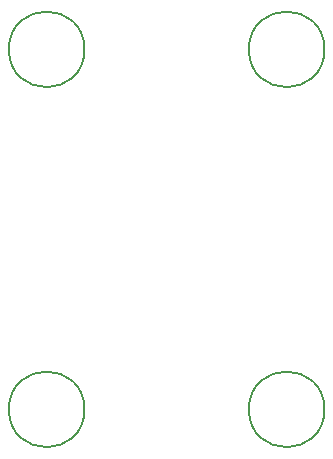
<source format=gbr>
G04 #@! TF.GenerationSoftware,KiCad,Pcbnew,6.0.9-8da3e8f707~116~ubuntu20.04.1*
G04 #@! TF.CreationDate,2023-04-19T17:51:41+00:00*
G04 #@! TF.ProjectId,LEC030301,4c454330-3330-4333-9031-2e6b69636164,rev?*
G04 #@! TF.SameCoordinates,Original*
G04 #@! TF.FileFunction,Other,Comment*
%FSLAX46Y46*%
G04 Gerber Fmt 4.6, Leading zero omitted, Abs format (unit mm)*
G04 Created by KiCad (PCBNEW 6.0.9-8da3e8f707~116~ubuntu20.04.1) date 2023-04-19 17:51:41*
%MOMM*%
%LPD*%
G01*
G04 APERTURE LIST*
%ADD10C,0.150000*%
G04 APERTURE END LIST*
D10*
G04 #@! TO.C,H3*
X206400000Y-81280000D02*
G75*
G03*
X206400000Y-81280000I-3200000J0D01*
G01*
G04 #@! TO.C,H4*
X206400000Y-50800000D02*
G75*
G03*
X206400000Y-50800000I-3200000J0D01*
G01*
G04 #@! TO.C,H2*
X186080000Y-50800000D02*
G75*
G03*
X186080000Y-50800000I-3200000J0D01*
G01*
G04 #@! TO.C,H1*
X186080000Y-81280000D02*
G75*
G03*
X186080000Y-81280000I-3200000J0D01*
G01*
G04 #@! TD*
M02*

</source>
